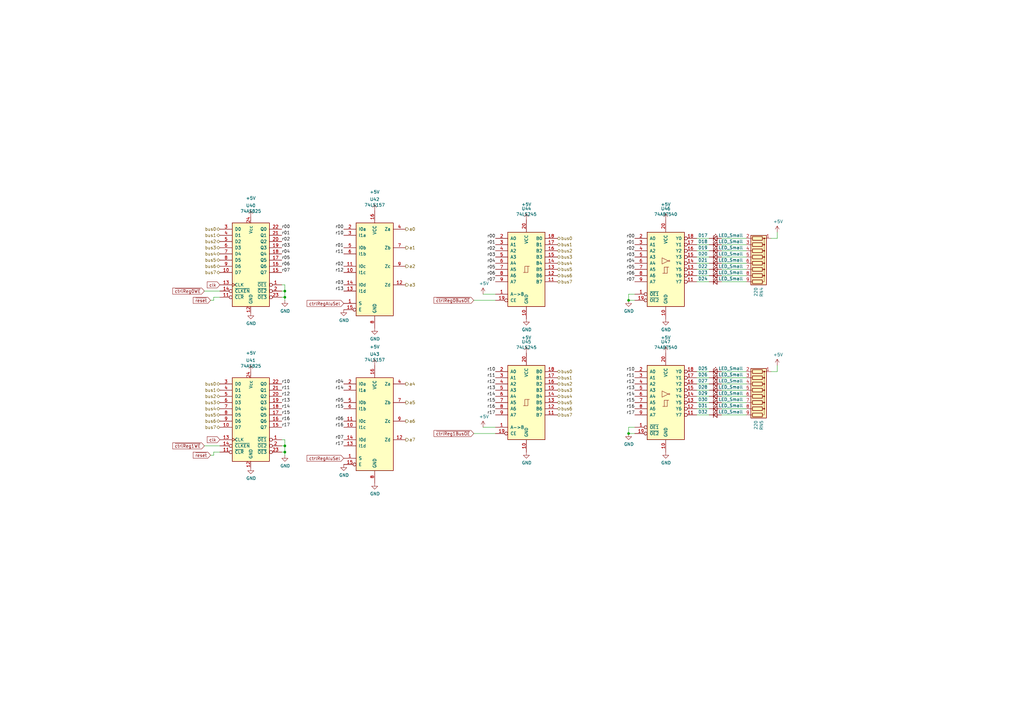
<source format=kicad_sch>
(kicad_sch (version 20211123) (generator eeschema)
  (paper "A3")
  (lib_symbols
    (symbol "74xx:74LS157" (pin_names (offset 1.016))
      (property "Reference" "U" (at -7.62 19.05 0))
      (property "Value" "74LS157" (at -7.62 -21.59 0))
      (symbol "74LS157_1_0"
        (pin input line (at -12.7 -15.24 0) (length 5.08) (name "S") (number "1"))
        (pin input line (at -12.7 -2.54 0) (length 5.08) (name "I1c") (number "10"))
        (pin input line (at -12.7 0 0) (length 5.08) (name "I0c") (number "11"))
        (pin output line (at 12.7 -7.62 180) (length 5.08) (name "Zd") (number "12"))
        (pin input line (at -12.7 -10.16 0) (length 5.08) (name "I1d") (number "13"))
        (pin input line (at -12.7 -7.62 0) (length 5.08) (name "I0d") (number "14"))
        (pin input inverted (at -12.7 -17.78 0) (length 5.08) (name "E") (number "15"))
        (pin power_in line (at 0 22.86 270) (length 5.08) (name "VCC") (number "16"))
        (pin input line (at -12.7 15.24 0) (length 5.08) (name "I0a") (number "2"))
        (pin input line (at -12.7 12.7 0) (length 5.08) (name "I1a") (number "3"))
        (pin output line (at 12.7 15.24 180) (length 5.08) (name "Za") (number "4"))
        (pin input line (at -12.7 7.62 0) (length 5.08) (name "I0b") (number "5"))
        (pin input line (at -12.7 5.08 0) (length 5.08) (name "I1b") (number "6"))
        (pin output line (at 12.7 7.62 180) (length 5.08) (name "Zb") (number "7"))
        (pin power_in line (at 0 -25.4 90) (length 5.08) (name "GND") (number "8"))
        (pin output line (at 12.7 0 180) (length 5.08) (name "Zc") (number "9"))
      )
      (symbol "74LS157_1_1"
        (rectangle (start -7.62 17.78) (end 7.62 -20.32) (stroke (width 0.254)) (fill (type background)))
      )
    )
    (symbol "74xx:74LS245" (pin_names (offset 1.016))
      (property "Reference" "U" (at -7.62 16.51 0))
      (property "Value" "74LS245" (at -7.62 -16.51 0))
      (symbol "74LS245_1_0"
        (polyline (pts (xy -0.635 -1.27) (xy -0.635 1.27) (xy 0.635 1.27)))
        (polyline (pts (xy -1.27 -1.27) (xy 0.635 -1.27) (xy 0.635 1.27) (xy 1.27 1.27)))
        (pin input line (at -12.7 -10.16 0) (length 5.08) (name "A->B") (number "1"))
        (pin power_in line (at 0 -20.32 90) (length 5.08) (name "GND") (number "10"))
        (pin tri_state line (at 12.7 -5.08 180) (length 5.08) (name "B7") (number "11"))
        (pin tri_state line (at 12.7 -2.54 180) (length 5.08) (name "B6") (number "12"))
        (pin tri_state line (at 12.7 0 180) (length 5.08) (name "B5") (number "13"))
        (pin tri_state line (at 12.7 2.54 180) (length 5.08) (name "B4") (number "14"))
        (pin tri_state line (at 12.7 5.08 180) (length 5.08) (name "B3") (number "15"))
        (pin tri_state line (at 12.7 7.62 180) (length 5.08) (name "B2") (number "16"))
        (pin tri_state line (at 12.7 10.16 180) (length 5.08) (name "B1") (number "17"))
        (pin tri_state line (at 12.7 12.7 180) (length 5.08) (name "B0") (number "18"))
        (pin input inverted (at -12.7 -12.7 0) (length 5.08) (name "CE") (number "19"))
        (pin tri_state line (at -12.7 12.7 0) (length 5.08) (name "A0") (number "2"))
        (pin power_in line (at 0 20.32 270) (length 5.08) (name "VCC") (number "20"))
        (pin tri_state line (at -12.7 10.16 0) (length 5.08) (name "A1") (number "3"))
        (pin tri_state line (at -12.7 7.62 0) (length 5.08) (name "A2") (number "4"))
        (pin tri_state line (at -12.7 5.08 0) (length 5.08) (name "A3") (number "5"))
        (pin tri_state line (at -12.7 2.54 0) (length 5.08) (name "A4") (number "6"))
        (pin tri_state line (at -12.7 0 0) (length 5.08) (name "A5") (number "7"))
        (pin tri_state line (at -12.7 -2.54 0) (length 5.08) (name "A6") (number "8"))
        (pin tri_state line (at -12.7 -5.08 0) (length 5.08) (name "A7") (number "9"))
      )
      (symbol "74LS245_1_1"
        (rectangle (start -7.62 15.24) (end 7.62 -15.24) (stroke (width 0.254)) (fill (type background)))
      )
    )
    (symbol "Device:LED_Small" (pin_numbers hide) (pin_names (offset 0.254) hide)
      (property "Reference" "D" (at -1.27 3.175 0))
      (property "Value" "LED_Small" (at -4.445 -2.54 0))
      (symbol "LED_Small_0_1"
        (polyline (pts (xy -0.762 -1.016) (xy -0.762 1.016)) (stroke (width 0.254)))
        (polyline (pts (xy 1.016 0) (xy -0.762 0)))
        (polyline (pts (xy 0.762 -1.016) (xy -0.762 0) (xy 0.762 1.016) (xy 0.762 -1.016)) (stroke (width 0.254)))
        (polyline (pts (xy 0 0.762) (xy -0.508 1.27) (xy -0.254 1.27) (xy -0.508 1.27) (xy -0.508 1.016)))
        (polyline (pts (xy 0.508 1.27) (xy 0 1.778) (xy 0.254 1.778) (xy 0 1.778) (xy 0 1.524)))
      )
      (symbol "LED_Small_1_1"
        (pin passive line (at -2.54 0 0) (length 1.778) (name "K") (number "1"))
        (pin passive line (at 2.54 0 180) (length 1.778) (name "A") (number "2"))
      )
    )
    (symbol "Device:R_Network08" (pin_names (offset 0) hide)
      (property "Reference" "RN" (at -12.7 0 90))
      (property "Value" "R_Network08" (at 10.16 0 90))
      (symbol "R_Network08_0_1"
        (rectangle (start -11.43 -3.175) (end 8.89 3.175) (stroke (width 0.254)) (fill (type background)))
        (rectangle (start -10.922 1.524) (end -9.398 -2.54) (stroke (width 0.254)))
        (circle (center -10.16 2.286) (radius 0.254) (fill (type outline)))
        (rectangle (start -8.382 1.524) (end -6.858 -2.54) (stroke (width 0.254)))
        (circle (center -7.62 2.286) (radius 0.254) (fill (type outline)))
        (rectangle (start -5.842 1.524) (end -4.318 -2.54) (stroke (width 0.254)))
        (circle (center -5.08 2.286) (radius 0.254) (fill (type outline)))
        (rectangle (start -3.302 1.524) (end -1.778 -2.54) (stroke (width 0.254)))
        (circle (center -2.54 2.286) (radius 0.254) (fill (type outline)))
        (rectangle (start -0.762 1.524) (end 0.762 -2.54) (stroke (width 0.254)))
        (polyline (pts (xy -10.16 -2.54) (xy -10.16 -3.81)))
        (polyline (pts (xy -7.62 -2.54) (xy -7.62 -3.81)))
        (polyline (pts (xy -5.08 -2.54) (xy -5.08 -3.81)))
        (polyline (pts (xy -2.54 -2.54) (xy -2.54 -3.81)))
        (polyline (pts (xy 0 -2.54) (xy 0 -3.81)))
        (polyline (pts (xy 2.54 -2.54) (xy 2.54 -3.81)))
        (polyline (pts (xy 5.08 -2.54) (xy 5.08 -3.81)))
        (polyline (pts (xy 7.62 -2.54) (xy 7.62 -3.81)))
        (polyline (pts (xy -10.16 1.524) (xy -10.16 2.286) (xy -7.62 2.286) (xy -7.62 1.524)))
        (polyline (pts (xy -7.62 1.524) (xy -7.62 2.286) (xy -5.08 2.286) (xy -5.08 1.524)))
        (polyline (pts (xy -5.08 1.524) (xy -5.08 2.286) (xy -2.54 2.286) (xy -2.54 1.524)))
        (polyline (pts (xy -2.54 1.524) (xy -2.54 2.286) (xy 0 2.286) (xy 0 1.524)))
        (polyline (pts (xy 0 1.524) (xy 0 2.286) (xy 2.54 2.286) (xy 2.54 1.524)))
        (polyline (pts (xy 2.54 1.524) (xy 2.54 2.286) (xy 5.08 2.286) (xy 5.08 1.524)))
        (polyline (pts (xy 5.08 1.524) (xy 5.08 2.286) (xy 7.62 2.286) (xy 7.62 1.524)))
        (circle (center 0 2.286) (radius 0.254) (fill (type outline)))
        (rectangle (start 1.778 1.524) (end 3.302 -2.54) (stroke (width 0.254)))
        (circle (center 2.54 2.286) (radius 0.254) (fill (type outline)))
        (rectangle (start 4.318 1.524) (end 5.842 -2.54) (stroke (width 0.254)))
        (circle (center 5.08 2.286) (radius 0.254) (fill (type outline)))
        (rectangle (start 6.858 1.524) (end 8.382 -2.54) (stroke (width 0.254)))
      )
      (symbol "R_Network08_1_1"
        (pin passive line (at -10.16 5.08 270) (length 2.54) (name "common") (number "1"))
        (pin passive line (at -10.16 -5.08 90) (length 1.27) (name "R1") (number "2"))
        (pin passive line (at -7.62 -5.08 90) (length 1.27) (name "R2") (number "3"))
        (pin passive line (at -5.08 -5.08 90) (length 1.27) (name "R3") (number "4"))
        (pin passive line (at -2.54 -5.08 90) (length 1.27) (name "R4") (number "5"))
        (pin passive line (at 0 -5.08 90) (length 1.27) (name "R5") (number "6"))
        (pin passive line (at 2.54 -5.08 90) (length 1.27) (name "R6") (number "7"))
        (pin passive line (at 5.08 -5.08 90) (length 1.27) (name "R7") (number "8"))
        (pin passive line (at 7.62 -5.08 90) (length 1.27) (name "R8") (number "9"))
      )
    )
    (symbol "EDiC-rescue:74ABT540" (pin_names (offset 1.016))
      (property "Reference" "U" (at 5.08 -9.017 0))
      (property "Value" "74ABT540" (at 5.08 -10.795 0))
      (symbol "74ABT540_1_1"
        (rectangle (start -15.24 15.24) (end 0 -15.24) (stroke (width 0.254)) (fill (type background)))
        (circle (center -6.223 3.4798) (radius 0.254) (stroke (width 0.1524)))
        (polyline (pts (xy -8.255 -1.6002) (xy -8.255 0.9398) (xy -6.985 0.9398)))
        (polyline (pts (xy -8.89 -1.6002) (xy -6.985 -1.6002) (xy -6.985 0.9398) (xy -6.35 0.9398)))
        (polyline (pts (xy -6.604 3.4798) (xy -9.144 4.7498) (xy -9.144 2.2098) (xy -6.604 3.4798)) (stroke (width 0.1524)))
        (pin input inverted (at -20.32 -10.16 0) (length 5.08) (name "~{OE1}") (number "1"))
        (pin power_in line (at -7.62 -20.32 90) (length 5.08) (name "GND") (number "10"))
        (pin tri_state inverted (at 5.08 -5.08 180) (length 5.08) (name "Y7") (number "11"))
        (pin tri_state inverted (at 5.08 -2.54 180) (length 5.08) (name "Y6") (number "12"))
        (pin tri_state inverted (at 5.08 0 180) (length 5.08) (name "Y5") (number "13"))
        (pin tri_state inverted (at 5.08 2.54 180) (length 5.08) (name "Y4") (number "14"))
        (pin tri_state inverted (at 5.08 5.08 180) (length 5.08) (name "Y3") (number "15"))
        (pin tri_state inverted (at 5.08 7.62 180) (length 5.08) (name "Y2") (number "16"))
        (pin tri_state inverted (at 5.08 10.16 180) (length 5.08) (name "Y1") (number "17"))
        (pin tri_state inverted (at 5.08 12.7 180) (length 5.08) (name "Y0") (number "18"))
        (pin input inverted (at -20.32 -12.7 0) (length 5.08) (name "~{OE2}") (number "19"))
        (pin input line (at -20.32 12.7 0) (length 5.08) (name "A0") (number "2"))
        (pin power_in line (at -7.62 20.32 270) (length 5.08) (name "VCC") (number "20"))
        (pin input line (at -20.32 10.16 0) (length 5.08) (name "A1") (number "3"))
        (pin input line (at -20.32 7.62 0) (length 5.08) (name "A2") (number "4"))
        (pin input line (at -20.32 5.08 0) (length 5.08) (name "A3") (number "5"))
        (pin input line (at -20.32 2.54 0) (length 5.08) (name "A4") (number "6"))
        (pin input line (at -20.32 0 0) (length 5.08) (name "A5") (number "7"))
        (pin input line (at -20.32 -2.54 0) (length 5.08) (name "A6") (number "8"))
        (pin input line (at -20.32 -5.08 0) (length 5.08) (name "A7") (number "9"))
      )
    )
    (symbol "EDiC-rescue:74AS825-74xx" (pin_names (offset 1.016))
      (property "Reference" "U" (at 0 24.13 0))
      (property "Value" "74AS825-74xx" (at 0 21.59 0))
      (symbol "74AS825-74xx_0_0"
        (pin output line (at 12.7 10.16 180) (length 5.08) (name "Q1") (number "21"))
        (pin output line (at 12.7 12.7 180) (length 5.08) (name "Q0") (number "22"))
        (pin input inverted (at 12.7 -15.24 180) (length 5.08) (name "~{OE3}") (number "23"))
        (pin power_in line (at 0 17.78 270) (length 2.54) (name "Vcc") (number "24"))
      )
      (symbol "74AS825-74xx_1_0"
        (pin input inverted (at 12.7 -10.16 180) (length 5.08) (name "~{OE1}") (number "1"))
        (pin input line (at -12.7 -5.08 0) (length 5.08) (name "D7") (number "10"))
        (pin input inverted (at -12.7 -15.24 0) (length 5.08) (name "~{CLR}") (number "11"))
        (pin power_in line (at 0 -21.59 90) (length 2.54) (name "GND") (number "12"))
        (pin input clock (at -12.7 -10.16 0) (length 5.08) (name "CLK") (number "13"))
        (pin input inverted (at -12.7 -12.7 0) (length 5.08) (name "~{CLKEN}") (number "14"))
        (pin output line (at 12.7 -5.08 180) (length 5.08) (name "Q7") (number "15"))
        (pin output line (at 12.7 -2.54 180) (length 5.08) (name "Q6") (number "16"))
        (pin output line (at 12.7 0 180) (length 5.08) (name "Q5") (number "17"))
        (pin output line (at 12.7 2.54 180) (length 5.08) (name "Q4") (number "18"))
        (pin output line (at 12.7 5.08 180) (length 5.08) (name "Q3") (number "19"))
        (pin input inverted (at 12.7 -12.7 180) (length 5.08) (name "~{OE2}") (number "2"))
        (pin output line (at 12.7 7.62 180) (length 5.08) (name "Q2") (number "20"))
        (pin input line (at -12.7 12.7 0) (length 5.08) (name "D0") (number "3"))
        (pin input line (at -12.7 10.16 0) (length 5.08) (name "D1") (number "4"))
        (pin input line (at -12.7 7.62 0) (length 5.08) (name "D2") (number "5"))
        (pin input line (at -12.7 5.08 0) (length 5.08) (name "D3") (number "6"))
        (pin input line (at -12.7 2.54 0) (length 5.08) (name "D4") (number "7"))
        (pin input line (at -12.7 0 0) (length 5.08) (name "D5") (number "8"))
        (pin input line (at -12.7 -2.54 0) (length 5.08) (name "D6") (number "9"))
      )
      (symbol "74AS825-74xx_1_1"
        (rectangle (start -7.62 15.24) (end 7.62 -19.05) (stroke (width 0.254)) (fill (type background)))
      )
    )
    (symbol "power:+5V" (power) (pin_names (offset 0))
      (property "Value" "+5V" (at 0 3.556 0))
      (symbol "+5V_0_1"
        (polyline (pts (xy -0.762 1.27) (xy 0 2.54)))
        (polyline (pts (xy 0 0) (xy 0 2.54)))
        (polyline (pts (xy 0 2.54) (xy 0.762 1.27)))
      )
      (symbol "+5V_1_1"
        (pin power_in line (at 0 0 90) (length 0) hide (name "+5V") (number "1"))
      )
    )
    (symbol "power:GND" (power) (pin_names (offset 0))
      (property "Value" "GND" (at 0 -3.81 0))
      (symbol "GND_0_1"
        (polyline (pts (xy 0 0) (xy 0 -1.27) (xy 1.27 -1.27) (xy 0 -2.54) (xy -1.27 -1.27) (xy 0 -1.27)))
      )
      (symbol "GND_1_1"
        (pin power_in line (at 0 0 270) (length 0) hide (name "GND") (number "1"))
      )
    )
  )
  (junction (at 257.81 177.8))
  (junction (at 116.84 119.38))
  (junction (at 116.84 185.42))
  (junction (at 116.84 182.88))
  (junction (at 116.84 121.92))
  (junction (at 257.81 123.19))
  (wire (pts (xy 86.36 186.69) (xy 87.63 186.69)))
  (wire (pts (xy 306.07 100.33) (xy 295.91 100.33)))
  (wire (pts (xy 306.07 107.95) (xy 295.91 107.95)))
  (wire (pts (xy 290.83 110.49) (xy 285.75 110.49)))
  (wire (pts (xy 290.83 100.33) (xy 285.75 100.33)))
  (wire (pts (xy 115.57 121.92) (xy 116.84 121.92)))
  (wire (pts (xy 116.84 116.84) (xy 116.84 119.38)))
  (wire (pts (xy 87.63 185.42) (xy 90.17 185.42)))
  (wire (pts (xy 83.82 182.88) (xy 90.17 182.88)))
  (wire (pts (xy 290.83 97.79) (xy 285.75 97.79)))
  (wire (pts (xy 198.12 120.65) (xy 203.2 120.65)))
  (wire (pts (xy 116.84 180.34) (xy 116.84 182.88)))
  (wire (pts (xy 116.84 121.92) (xy 116.84 123.19)))
  (wire (pts (xy 116.84 119.38) (xy 116.84 121.92)))
  (wire (pts (xy 290.83 162.56) (xy 285.75 162.56)))
  (wire (pts (xy 194.31 123.19) (xy 203.2 123.19)))
  (wire (pts (xy 306.07 115.57) (xy 295.91 115.57)))
  (wire (pts (xy 290.83 160.02) (xy 285.75 160.02)))
  (wire (pts (xy 290.83 154.94) (xy 285.75 154.94)))
  (wire (pts (xy 115.57 185.42) (xy 116.84 185.42)))
  (wire (pts (xy 260.35 175.26) (xy 257.81 175.26)))
  (wire (pts (xy 290.83 152.4) (xy 285.75 152.4)))
  (wire (pts (xy 87.63 121.92) (xy 90.17 121.92)))
  (wire (pts (xy 290.83 115.57) (xy 285.75 115.57)))
  (wire (pts (xy 318.77 149.86) (xy 318.77 152.4)))
  (wire (pts (xy 306.07 113.03) (xy 295.91 113.03)))
  (wire (pts (xy 115.57 119.38) (xy 116.84 119.38)))
  (wire (pts (xy 290.83 167.64) (xy 285.75 167.64)))
  (wire (pts (xy 290.83 165.1) (xy 285.75 165.1)))
  (wire (pts (xy 257.81 177.8) (xy 260.35 177.8)))
  (wire (pts (xy 257.81 123.19) (xy 260.35 123.19)))
  (wire (pts (xy 115.57 182.88) (xy 116.84 182.88)))
  (wire (pts (xy 260.35 120.65) (xy 257.81 120.65)))
  (wire (pts (xy 290.83 105.41) (xy 285.75 105.41)))
  (wire (pts (xy 87.63 123.19) (xy 87.63 121.92)))
  (wire (pts (xy 290.83 113.03) (xy 285.75 113.03)))
  (wire (pts (xy 306.07 162.56) (xy 295.91 162.56)))
  (wire (pts (xy 306.07 170.18) (xy 295.91 170.18)))
  (wire (pts (xy 83.82 119.38) (xy 90.17 119.38)))
  (wire (pts (xy 306.07 154.94) (xy 295.91 154.94)))
  (wire (pts (xy 306.07 157.48) (xy 295.91 157.48)))
  (wire (pts (xy 306.07 152.4) (xy 295.91 152.4)))
  (wire (pts (xy 306.07 102.87) (xy 295.91 102.87)))
  (wire (pts (xy 306.07 160.02) (xy 295.91 160.02)))
  (wire (pts (xy 86.36 123.19) (xy 87.63 123.19)))
  (wire (pts (xy 318.77 97.79) (xy 316.23 97.79)))
  (wire (pts (xy 116.84 185.42) (xy 116.84 186.69)))
  (wire (pts (xy 318.77 95.25) (xy 318.77 97.79)))
  (wire (pts (xy 306.07 165.1) (xy 295.91 165.1)))
  (wire (pts (xy 198.12 175.26) (xy 203.2 175.26)))
  (wire (pts (xy 116.84 182.88) (xy 116.84 185.42)))
  (wire (pts (xy 257.81 120.65) (xy 257.81 123.19)))
  (wire (pts (xy 257.81 175.26) (xy 257.81 177.8)))
  (wire (pts (xy 115.57 180.34) (xy 116.84 180.34)))
  (wire (pts (xy 87.63 186.69) (xy 87.63 185.42)))
  (wire (pts (xy 306.07 105.41) (xy 295.91 105.41)))
  (wire (pts (xy 194.31 177.8) (xy 203.2 177.8)))
  (wire (pts (xy 306.07 167.64) (xy 295.91 167.64)))
  (wire (pts (xy 306.07 110.49) (xy 295.91 110.49)))
  (wire (pts (xy 318.77 152.4) (xy 316.23 152.4)))
  (wire (pts (xy 290.83 107.95) (xy 285.75 107.95)))
  (wire (pts (xy 306.07 97.79) (xy 295.91 97.79)))
  (wire (pts (xy 290.83 170.18) (xy 285.75 170.18)))
  (wire (pts (xy 115.57 116.84) (xy 116.84 116.84)))
  (wire (pts (xy 290.83 157.48) (xy 285.75 157.48)))
  (wire (pts (xy 290.83 102.87) (xy 285.75 102.87)))
  (label "r06" (at 203.2 113.03 180))
  (label "r16" (at 115.57 172.72 0))
  (label "r06" (at 115.57 109.22 0))
  (label "r03" (at 203.2 105.41 180))
  (label "r05" (at 115.57 106.68 0))
  (label "r17" (at 260.35 170.18 180))
  (label "r07" (at 260.35 115.57 180))
  (label "r03" (at 115.57 101.6 0))
  (label "r05" (at 140.97 165.1 180))
  (label "r01" (at 203.2 100.33 180))
  (label "r04" (at 260.35 107.95 180))
  (label "r07" (at 140.97 180.34 180))
  (label "r02" (at 140.97 109.22 180))
  (label "r16" (at 140.97 175.26 180))
  (label "r15" (at 260.35 165.1 180))
  (label "r14" (at 140.97 160.02 180))
  (label "r00" (at 203.2 97.79 180))
  (label "r02" (at 260.35 102.87 180))
  (label "r01" (at 260.35 100.33 180))
  (label "r12" (at 115.57 162.56 0))
  (label "r11" (at 140.97 104.14 180))
  (label "r03" (at 140.97 116.84 180))
  (label "r12" (at 260.35 157.48 180))
  (label "r10" (at 140.97 96.52 180))
  (label "r11" (at 260.35 154.94 180))
  (label "r17" (at 115.57 175.26 0))
  (label "r11" (at 203.2 154.94 180))
  (label "r01" (at 115.57 96.52 0))
  (label "r11" (at 115.57 160.02 0))
  (label "r14" (at 203.2 162.56 180))
  (label "r14" (at 115.57 167.64 0))
  (label "r07" (at 203.2 115.57 180))
  (label "r04" (at 203.2 107.95 180))
  (label "r17" (at 203.2 170.18 180))
  (label "r02" (at 203.2 102.87 180))
  (label "r13" (at 115.57 165.1 0))
  (label "r00" (at 115.57 93.98 0))
  (label "r13" (at 260.35 160.02 180))
  (label "r03" (at 260.35 105.41 180))
  (label "r13" (at 203.2 160.02 180))
  (label "r02" (at 115.57 99.06 0))
  (label "r05" (at 260.35 110.49 180))
  (label "r16" (at 203.2 167.64 180))
  (label "r10" (at 203.2 152.4 180))
  (label "r17" (at 140.97 182.88 180))
  (label "r10" (at 260.35 152.4 180))
  (label "r06" (at 260.35 113.03 180))
  (label "r12" (at 140.97 111.76 180))
  (label "r06" (at 140.97 172.72 180))
  (label "r14" (at 260.35 162.56 180))
  (label "r04" (at 140.97 157.48 180))
  (label "r15" (at 140.97 167.64 180))
  (label "r05" (at 203.2 110.49 180))
  (label "r13" (at 140.97 119.38 180))
  (label "r12" (at 203.2 157.48 180))
  (label "r01" (at 140.97 101.6 180))
  (label "r00" (at 140.97 93.98 180))
  (label "r16" (at 260.35 167.64 180))
  (label "r07" (at 115.57 111.76 0))
  (label "r00" (at 260.35 97.79 180))
  (label "r15" (at 115.57 170.18 0))
  (label "r10" (at 115.57 157.48 0))
  (label "r15" (at 203.2 165.1 180))
  (label "r04" (at 115.57 104.14 0))
  (global_label "clk" (shape input) (at 90.17 180.34 180) (property "Intersheet References" "${INTERSHEET_REFS}" (effects hide)))
  (global_label "ctrlRegAluSel" (shape input) (at 140.97 187.96 180) (property "Intersheet References" "${INTERSHEET_REFS}" (effects hide)))
  (global_label "~{reset}" (shape input) (at 86.36 186.69 180) (property "Intersheet References" "${INTERSHEET_REFS}" (effects hide)))
  (global_label "~{reset}" (shape input) (at 86.36 123.19 180) (property "Intersheet References" "${INTERSHEET_REFS}" (effects hide)))
  (global_label "ctrlRegAluSel" (shape input) (at 140.97 124.46 180) (property "Intersheet References" "${INTERSHEET_REFS}" (effects hide)))
  (global_label "~{ctrlReg0WE}" (shape input) (at 83.82 119.38 180) (property "Intersheet References" "${INTERSHEET_REFS}" (effects hide)))
  (global_label "clk" (shape input) (at 90.17 116.84 180) (property "Intersheet References" "${INTERSHEET_REFS}" (effects hide)))
  (global_label "~{ctrlReg1BusOE}" (shape input) (at 194.31 177.8 180) (property "Intersheet References" "${INTERSHEET_REFS}" (effects hide)))
  (global_label "~{ctrlReg1WE}" (shape input) (at 83.82 182.88 180) (property "Intersheet References" "${INTERSHEET_REFS}" (effects hide)))
  (global_label "~{ctrlReg0BusOE}" (shape input) (at 194.31 123.19 180) (property "Intersheet References" "${INTERSHEET_REFS}" (effects hide)))
  (hierarchical_label "bus0" (shape bidirectional) (at 90.17 157.48 180))
  (hierarchical_label "bus5" (shape bidirectional) (at 90.17 106.68 180))
  (hierarchical_label "bus2" (shape bidirectional) (at 90.17 99.06 180))
  (hierarchical_label "bus7" (shape bidirectional) (at 90.17 175.26 180))
  (hierarchical_label "bus5" (shape bidirectional) (at 228.6 110.49 0))
  (hierarchical_label "bus4" (shape bidirectional) (at 90.17 104.14 180))
  (hierarchical_label "bus7" (shape bidirectional) (at 228.6 170.18 0))
  (hierarchical_label "a7" (shape output) (at 166.37 180.34 0))
  (hierarchical_label "bus1" (shape bidirectional) (at 228.6 100.33 0))
  (hierarchical_label "bus0" (shape bidirectional) (at 228.6 97.79 0))
  (hierarchical_label "bus0" (shape bidirectional) (at 228.6 152.4 0))
  (hierarchical_label "a6" (shape output) (at 166.37 172.72 0))
  (hierarchical_label "a0" (shape output) (at 166.37 93.98 0))
  (hierarchical_label "bus6" (shape bidirectional) (at 90.17 172.72 180))
  (hierarchical_label "bus6" (shape bidirectional) (at 90.17 109.22 180))
  (hierarchical_label "bus3" (shape bidirectional) (at 228.6 105.41 0))
  (hierarchical_label "bus2" (shape bidirectional) (at 228.6 102.87 0))
  (hierarchical_label "bus3" (shape bidirectional) (at 90.17 101.6 180))
  (hierarchical_label "bus7" (shape bidirectional) (at 228.6 115.57 0))
  (hierarchical_label "a3" (shape output) (at 166.37 116.84 0))
  (hierarchical_label "bus7" (shape bidirectional) (at 90.17 111.76 180))
  (hierarchical_label "a4" (shape output) (at 166.37 157.48 0))
  (hierarchical_label "bus1" (shape bidirectional) (at 90.17 96.52 180))
  (hierarchical_label "bus4" (shape bidirectional) (at 228.6 162.56 0))
  (hierarchical_label "bus6" (shape bidirectional) (at 228.6 113.03 0))
  (hierarchical_label "bus4" (shape bidirectional) (at 90.17 167.64 180))
  (hierarchical_label "bus2" (shape bidirectional) (at 228.6 157.48 0))
  (hierarchical_label "bus1" (shape bidirectional) (at 228.6 154.94 0))
  (hierarchical_label "a5" (shape output) (at 166.37 165.1 0))
  (hierarchical_label "bus2" (shape bidirectional) (at 90.17 162.56 180))
  (hierarchical_label "bus3" (shape bidirectional) (at 90.17 165.1 180))
  (hierarchical_label "bus0" (shape bidirectional) (at 90.17 93.98 180))
  (hierarchical_label "bus4" (shape bidirectional) (at 228.6 107.95 0))
  (hierarchical_label "bus1" (shape bidirectional) (at 90.17 160.02 180))
  (hierarchical_label "bus3" (shape bidirectional) (at 228.6 160.02 0))
  (hierarchical_label "a2" (shape output) (at 166.37 109.22 0))
  (hierarchical_label "a1" (shape output) (at 166.37 101.6 0))
  (hierarchical_label "bus6" (shape bidirectional) (at 228.6 167.64 0))
  (hierarchical_label "bus5" (shape bidirectional) (at 228.6 165.1 0))
  (hierarchical_label "bus5" (shape bidirectional) (at 90.17 170.18 180))
  (symbol (lib_id "power:+5V") (at 102.87 152.4 0) (unit 1)
    (property "Reference" "#PWR0135" (effects hide))
    (property "Value" "+5V" (at 102.87 144.78 0))
  )
  (symbol (lib_id "power:+5V") (at 102.87 88.9 0) (unit 1)
    (property "Reference" "#PWR0133" (effects hide))
    (property "Value" "+5V" (at 102.87 81.28 0))
  )
  (symbol (lib_id "power:GND") (at 102.87 128.27 0) (unit 1)
    (property "Reference" "#PWR0134" (effects hide))
    (property "Value" "GND" (at 102.997 132.6642 0))
  )
  (symbol (lib_id "power:GND") (at 153.67 134.62 0) (unit 1)
    (property "Reference" "#PWR0142" (effects hide))
    (property "Value" "GND" (at 153.797 139.0142 0))
  )
  (symbol (lib_id "power:GND") (at 153.67 198.12 0) (unit 1)
    (property "Reference" "#PWR0144" (effects hide))
    (property "Value" "GND" (at 153.797 202.5142 0))
  )
  (symbol (lib_id "power:GND") (at 140.97 127 0) (unit 1)
    (property "Reference" "#PWR0139" (effects hide))
    (property "Value" "GND" (at 141.097 131.3942 0))
  )
  (symbol (lib_id "power:GND") (at 140.97 190.5 0) (unit 1)
    (property "Reference" "#PWR0140" (effects hide))
    (property "Value" "GND" (at 141.097 194.8942 0))
  )
  (symbol (lib_id "power:+5V") (at 153.67 86.36 0) (unit 1)
    (property "Reference" "#PWR0141" (effects hide))
    (property "Value" "+5V" (at 153.67 78.74 0))
  )
  (symbol (lib_id "power:+5V") (at 153.67 149.86 0) (unit 1)
    (property "Reference" "#PWR0143" (effects hide))
    (property "Value" "+5V" (at 153.67 142.24 0))
  )
  (symbol (lib_id "power:+5V") (at 215.9 90.17 0) (unit 1)
    (property "Reference" "#PWR0147" (effects hide))
    (property "Value" "+5V" (at 215.9 83.82 0))
  )
  (symbol (lib_id "power:GND") (at 215.9 130.81 0) (unit 1)
    (property "Reference" "#PWR0148" (effects hide))
    (property "Value" "GND" (at 216.027 135.2042 0))
  )
  (symbol (lib_id "EDiC-rescue:74AS825-74xx") (at 102.87 106.68 0) (unit 1)
    (property "Reference" "U40" (at 102.87 84.3026 0))
    (property "Value" "74AS825" (at 102.87 86.614 0))
    (property "Datasheet" "https://www.ti.com/lit/ds/symlink/sn54as825a.pdf" (effects hide))
  )
  (symbol (lib_id "74xx:74LS157") (at 153.67 109.22 0) (unit 1)
    (property "Reference" "U42" (at 153.67 81.7626 0))
    (property "Value" "74LS157" (at 153.67 84.074 0))
    (property "Datasheet" "http://www.ti.com/lit/gpn/sn74LS157" (effects hide))
  )
  (symbol (lib_id "74xx:74LS157") (at 153.67 172.72 0) (unit 1)
    (property "Reference" "U43" (at 153.67 145.2626 0))
    (property "Value" "74LS157" (at 153.67 147.574 0))
    (property "Datasheet" "http://www.ti.com/lit/gpn/sn74LS157" (effects hide))
  )
  (symbol (lib_id "74xx:74LS245") (at 215.9 110.49 0) (unit 1)
    (property "Reference" "U44" (at 215.9 85.5726 0))
    (property "Value" "74LS245" (at 215.9 87.884 0))
    (property "Datasheet" "http://www.ti.com/lit/gpn/sn74LS245" (effects hide))
  )
  (symbol (lib_id "power:GND") (at 116.84 123.19 0) (unit 1)
    (property "Reference" "#PWR0137" (effects hide))
    (property "Value" "GND" (at 116.967 127.5842 0))
  )
  (symbol (lib_id "power:GND") (at 102.87 191.77 0) (unit 1)
    (property "Reference" "#PWR0136" (effects hide))
    (property "Value" "GND" (at 102.997 196.1642 0))
  )
  (symbol (lib_id "EDiC-rescue:74AS825-74xx") (at 102.87 170.18 0) (unit 1)
    (property "Reference" "U41" (at 102.87 147.8026 0))
    (property "Value" "74AS825" (at 102.87 150.114 0))
    (property "Datasheet" "https://www.ti.com/lit/ds/symlink/sn54as825a.pdf" (effects hide))
  )
  (symbol (lib_id "power:GND") (at 116.84 186.69 0) (unit 1)
    (property "Reference" "#PWR0138" (effects hide))
    (property "Value" "GND" (at 116.967 191.0842 0))
  )
  (symbol (lib_id "power:+5V") (at 198.12 120.65 0) (unit 1)
    (property "Reference" "#PWR0145" (effects hide))
    (property "Value" "+5V" (at 198.501 116.2558 0))
  )
  (symbol (lib_id "power:+5V") (at 215.9 144.78 0) (unit 1)
    (property "Reference" "#PWR0149" (effects hide))
    (property "Value" "+5V" (at 215.9 138.43 0))
  )
  (symbol (lib_id "power:GND") (at 215.9 185.42 0) (unit 1)
    (property "Reference" "#PWR0150" (effects hide))
    (property "Value" "GND" (at 216.027 189.8142 0))
  )
  (symbol (lib_id "74xx:74LS245") (at 215.9 165.1 0) (unit 1)
    (property "Reference" "U45" (at 215.9 140.1826 0))
    (property "Value" "74LS245" (at 215.9 142.494 0))
    (property "Datasheet" "http://www.ti.com/lit/gpn/sn74LS245" (effects hide))
  )
  (symbol (lib_id "power:+5V") (at 198.12 175.26 0) (unit 1)
    (property "Reference" "#PWR0146" (effects hide))
    (property "Value" "+5V" (at 198.501 170.8658 0))
  )
  (symbol (lib_id "EDiC-rescue:74ABT540") (at 280.67 110.49 0)
    (property "Reference" "U46" (at 273.05 85.5726 0))
    (property "Value" "74ABT540" (at 273.05 87.884 0))
  )
  (symbol (lib_id "power:GND") (at 257.81 123.19 0)
    (property "Reference" "#PWR0151" (effects hide))
    (property "Value" "GND" (at 257.937 127.5842 0))
  )
  (symbol (lib_id "power:GND") (at 273.05 130.81 0)
    (property "Reference" "#PWR0154" (effects hide))
    (property "Value" "GND" (at 273.177 135.2042 0))
  )
  (symbol (lib_id "power:+5V") (at 273.05 90.17 0)
    (property "Reference" "#PWR0153" (effects hide))
    (property "Value" "+5V" (at 273.05 83.82 0))
  )
  (symbol (lib_id "Device:LED_Small") (at 293.37 97.79 0)
    (property "Reference" "D17" (at 288.29 96.52 0))
    (property "Value" "LED_Small" (at 299.72 96.52 0))
  )
  (symbol (lib_id "Device:R_Network08") (at 311.15 107.95 270)
    (property "Reference" "RN4" (at 312.3184 117.8052 0) (effects (justify left)))
    (property "Value" "220" (at 310.007 117.8052 0) (effects (justify left)))
    (property "Footprint" "Resistor_THT:R_Array_SIP9" (effects hide))
    (property "Datasheet" "http://www.vishay.com/docs/31509/csc.pdf" (effects hide))
  )
  (symbol (lib_id "power:+5V") (at 318.77 95.25 0)
    (property "Reference" "#PWR0157" (effects hide))
    (property "Value" "+5V" (at 319.151 90.8558 0))
  )
  (symbol (lib_id "Device:LED_Small") (at 293.37 100.33 0)
    (property "Reference" "D18" (at 288.29 99.06 0))
    (property "Value" "LED_Small" (at 299.72 99.06 0))
  )
  (symbol (lib_id "Device:LED_Small") (at 293.37 102.87 0)
    (property "Reference" "D19" (at 288.29 101.6 0))
    (property "Value" "LED_Small" (at 299.72 101.6 0))
  )
  (symbol (lib_id "Device:LED_Small") (at 293.37 105.41 0)
    (property "Reference" "D20" (at 288.29 104.14 0))
    (property "Value" "LED_Small" (at 299.72 104.14 0))
  )
  (symbol (lib_id "Device:LED_Small") (at 293.37 107.95 0)
    (property "Reference" "D21" (at 288.29 106.68 0))
    (property "Value" "LED_Small" (at 299.72 106.68 0))
  )
  (symbol (lib_id "Device:LED_Small") (at 293.37 110.49 0)
    (property "Reference" "D22" (at 288.29 109.22 0))
    (property "Value" "LED_Small" (at 299.72 109.22 0))
  )
  (symbol (lib_id "Device:LED_Small") (at 293.37 113.03 0)
    (property "Reference" "D23" (at 288.29 111.76 0))
    (property "Value" "LED_Small" (at 299.72 111.76 0))
  )
  (symbol (lib_id "Device:LED_Small") (at 293.37 115.57 0)
    (property "Reference" "D24" (at 288.29 114.3 0))
    (property "Value" "LED_Small" (at 299.72 114.3 0))
  )
  (symbol (lib_id "EDiC-rescue:74ABT540") (at 280.67 165.1 0)
    (property "Reference" "U47" (at 273.05 140.1826 0))
    (property "Value" "74ABT540" (at 273.05 142.494 0))
  )
  (symbol (lib_id "power:GND") (at 257.81 177.8 0)
    (property "Reference" "#PWR0152" (effects hide))
    (property "Value" "GND" (at 257.937 182.1942 0))
  )
  (symbol (lib_id "power:GND") (at 273.05 185.42 0)
    (property "Reference" "#PWR0156" (effects hide))
    (property "Value" "GND" (at 273.177 189.8142 0))
  )
  (symbol (lib_id "power:+5V") (at 273.05 144.78 0)
    (property "Reference" "#PWR0155" (effects hide))
    (property "Value" "+5V" (at 273.05 138.43 0))
  )
  (symbol (lib_id "Device:LED_Small") (at 293.37 152.4 0)
    (property "Reference" "D25" (at 288.29 151.13 0))
    (property "Value" "LED_Small" (at 299.72 151.13 0))
  )
  (symbol (lib_id "Device:R_Network08") (at 311.15 162.56 270)
    (property "Reference" "RN5" (at 312.3184 172.4152 0) (effects (justify left)))
    (property "Value" "220" (at 310.007 172.4152 0) (effects (justify left)))
    (property "Footprint" "Resistor_THT:R_Array_SIP9" (effects hide))
    (property "Datasheet" "http://www.vishay.com/docs/31509/csc.pdf" (effects hide))
  )
  (symbol (lib_id "power:+5V") (at 318.77 149.86 0)
    (property "Reference" "#PWR0158" (effects hide))
    (property "Value" "+5V" (at 319.151 145.4658 0))
  )
  (symbol (lib_id "Device:LED_Small") (at 293.37 154.94 0)
    (property "Reference" "D26" (at 288.29 153.67 0))
    (property "Value" "LED_Small" (at 299.72 153.67 0))
  )
  (symbol (lib_id "Device:LED_Small") (at 293.37 157.48 0)
    (property "Reference" "D27" (at 288.29 156.21 0))
    (property "Value" "LED_Small" (at 299.72 156.21 0))
  )
  (symbol (lib_id "Device:LED_Small") (at 293.37 160.02 0)
    (property "Reference" "D28" (at 288.29 158.75 0))
    (property "Value" "LED_Small" (at 299.72 158.75 0))
  )
  (symbol (lib_id "Device:LED_Small") (at 293.37 162.56 0)
    (property "Reference" "D29" (at 288.29 161.29 0))
    (property "Value" "LED_Small" (at 299.72 161.29 0))
  )
  (symbol (lib_id "Device:LED_Small") (at 293.37 165.1 0)
    (property "Reference" "D30" (at 288.29 163.83 0))
    (property "Value" "LED_Small" (at 299.72 163.83 0))
  )
  (symbol (lib_id "Device:LED_Small") (at 293.37 167.64 0)
    (property "Reference" "D31" (at 288.29 166.37 0))
    (property "Value" "LED_Small" (at 299.72 166.37 0))
  )
  (symbol (lib_id "Device:LED_Small") (at 293.37 170.18 0)
    (property "Reference" "D32" (at 288.29 168.91 0))
    (property "Value" "LED_Small" (at 299.72 168.91 0))
  )
)
</source>
